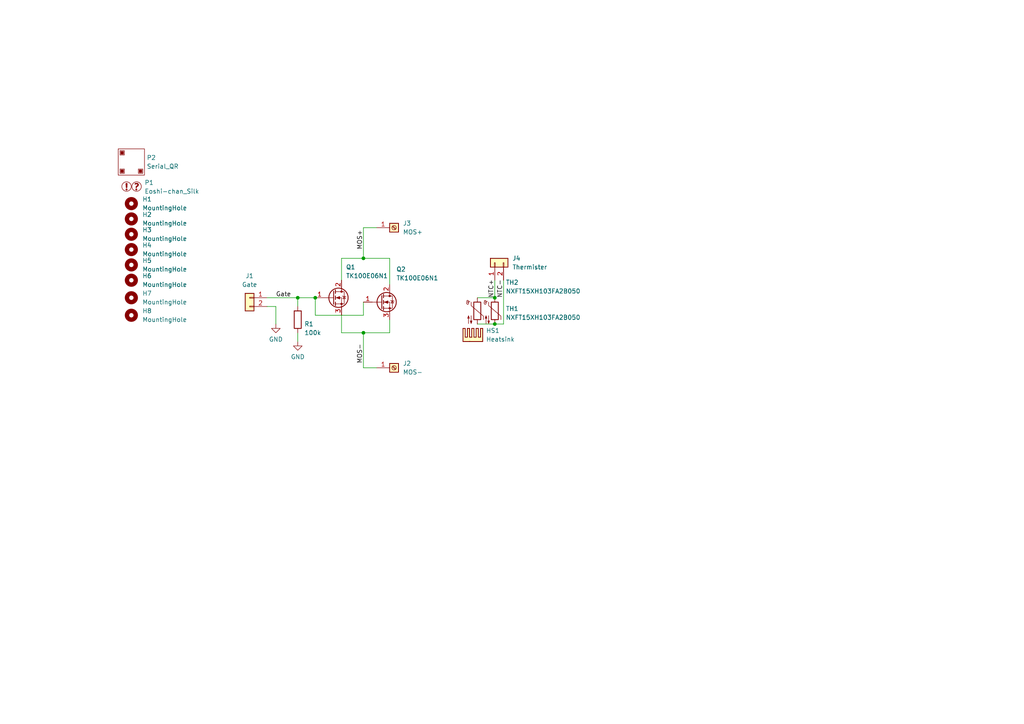
<source format=kicad_sch>
(kicad_sch (version 20250114) (generator "eeschema") (generator_version "9.0")
  (paper "A4")
  (lib_symbols
    (symbol "Connector:Screw_Terminal_01x01" (pin_names (offset 1.016) (hide yes))
      (property "Reference" "J" (at 0 2.54 0))
      (property "Value" "Screw_Terminal_01x01" (at 0 -2.54 0))
      (symbol "Screw_Terminal_01x01_1_1"
        (rectangle (start -1.27 1.27) (end 1.27 -1.27) (stroke (width 0.254)) (fill (type background)))
        (polyline (pts (xy -0.5334 0.3302) (xy 0.3302 -0.508)) (stroke (width 0.1524)))
        (polyline (pts (xy -0.3556 0.508) (xy 0.508 -0.3302)) (stroke (width 0.1524)))
        (circle (center 0 0) (radius 0.635) (stroke (width 0.1524)))
        (pin passive line (at -5.08 0 0) (length 3.81) (name "Pin_1") (number "1"))
      )
    )
    (symbol "Connector_Generic:Conn_01x02" (pin_names (offset 1.016) (hide yes))
      (property "Reference" "J" (at 0 2.54 0))
      (property "Value" "Conn_01x02" (at 0 -5.08 0))
      (symbol "Conn_01x02_1_1"
        (rectangle (start -1.27 1.27) (end 1.27 -3.81) (stroke (width 0.254)) (fill (type background)))
        (rectangle (start -1.27 0.127) (end 0 -0.127) (stroke (width 0.1524)))
        (rectangle (start -1.27 -2.413) (end 0 -2.667) (stroke (width 0.1524)))
        (pin passive line (at -5.08 0 0) (length 3.81) (name "Pin_1") (number "1"))
        (pin passive line (at -5.08 -2.54 0) (length 3.81) (name "Pin_2") (number "2"))
      )
    )
    (symbol "Device:Q_NMOS_GDS" (pin_names (offset 0) (hide yes))
      (property "Reference" "Q" (at 5.08 1.27 0))
      (property "Value" "Q_NMOS_GDS" (at 5.08 -1.27 0))
      (symbol "Q_NMOS_GDS_0_1"
        (polyline (pts (xy 0.254 1.905) (xy 0.254 -1.905)) (stroke (width 0.254)))
        (polyline (pts (xy 0.254 0) (xy -2.54 0)))
        (polyline (pts (xy 0.762 2.286) (xy 0.762 1.27)) (stroke (width 0.254)))
        (polyline (pts (xy 0.762 0.508) (xy 0.762 -0.508)) (stroke (width 0.254)))
        (polyline (pts (xy 0.762 -1.27) (xy 0.762 -2.286)) (stroke (width 0.254)))
        (polyline (pts (xy 0.762 -1.778) (xy 3.302 -1.778) (xy 3.302 1.778) (xy 0.762 1.778)))
        (polyline (pts (xy 1.016 0) (xy 2.032 0.381) (xy 2.032 -0.381) (xy 1.016 0)) (fill (type outline)))
        (circle (center 1.651 0) (radius 2.794) (stroke (width 0.254)))
        (polyline (pts (xy 2.54 2.54) (xy 2.54 1.778)))
        (circle (center 2.54 1.778) (radius 0.254) (fill (type outline)))
        (circle (center 2.54 -1.778) (radius 0.254) (fill (type outline)))
        (polyline (pts (xy 2.54 -2.54) (xy 2.54 0) (xy 0.762 0)))
        (polyline (pts (xy 2.794 0.508) (xy 2.921 0.381) (xy 3.683 0.381) (xy 3.81 0.254)))
        (polyline (pts (xy 3.302 0.381) (xy 2.921 -0.254) (xy 3.683 -0.254) (xy 3.302 0.381)))
      )
      (symbol "Q_NMOS_GDS_1_1"
        (pin input line (at -5.08 0 0) (length 2.54) (name "G") (number "1"))
        (pin passive line (at 2.54 5.08 270) (length 2.54) (name "D") (number "2"))
        (pin passive line (at 2.54 -5.08 90) (length 2.54) (name "S") (number "3"))
      )
    )
    (symbol "Device:R" (pin_numbers (hide yes)) (pin_names (offset 0))
      (property "Reference" "R" (at 2.032 0 90))
      (property "Value" "R" (at 0 0 90))
      (symbol "R_0_1"
        (rectangle (start -1.016 -2.54) (end 1.016 2.54) (stroke (width 0.254)))
      )
      (symbol "R_1_1"
        (pin passive line (at 0 3.81 270) (length 1.27) (name "~") (number "1"))
        (pin passive line (at 0 -3.81 90) (length 1.27) (name "~") (number "2"))
      )
    )
    (symbol "Device:Thermistor_NTC" (pin_numbers (hide yes)) (pin_names (offset 0))
      (property "Reference" "TH" (at -4.445 0 90))
      (property "Value" "Thermistor_NTC" (at 3.175 0 90))
      (symbol "Thermistor_NTC_0_1"
        (arc (start -3.175 2.413) (mid -3.0506 2.3165) (end -3.048 2.159))
        (arc (start -3.048 2.794) (mid -2.9736 2.9736) (end -2.794 3.048))
        (arc (start -2.794 3.048) (mid -2.6144 2.9736) (end -2.54 2.794))
        (arc (start -2.794 2.54) (mid -2.9736 2.6144) (end -3.048 2.794))
        (arc (start -2.794 1.905) (mid -2.9736 1.9794) (end -3.048 2.159))
        (arc (start -2.54 2.159) (mid -2.6144 1.9794) (end -2.794 1.905))
        (arc (start -2.159 2.794) (mid -2.434 2.5608) (end -2.794 2.54))
        (polyline (pts (xy -2.54 2.159) (xy -2.54 2.794)))
        (polyline (pts (xy -2.54 -3.683) (xy -2.54 -1.397) (xy -2.794 -2.159) (xy -2.286 -2.159) (xy -2.54 -1.397) (xy -2.54 -1.651)) (fill (type outline)))
        (polyline (pts (xy -1.778 2.54) (xy -1.778 1.524) (xy 1.778 -1.524) (xy 1.778 -2.54)))
        (polyline (pts (xy -1.778 -1.397) (xy -1.778 -3.683) (xy -2.032 -2.921) (xy -1.524 -2.921) (xy -1.778 -3.683) (xy -1.778 -3.429)) (fill (type outline)))
        (rectangle (start -1.016 2.54) (end 1.016 -2.54) (stroke (width 0.254)))
      )
      (symbol "Thermistor_NTC_1_1"
        (pin passive line (at 0 3.81 270) (length 1.27) (name "~") (number "1"))
        (pin passive line (at 0 -3.81 90) (length 1.27) (name "~") (number "2"))
      )
    )
    (symbol "Eoshi-chan:Eoshi-chan_Silk"
      (property "Reference" "P" (at -6.604 4.445 0))
      (property "Value" "Eoshi-chan_Silk" (at 0.508 2.413 0))
      (symbol "Eoshi-chan_Silk_0_0"
        (circle (center -1.397 -0.127) (radius 1.3678))
        (circle (center 1.524 -0.127) (radius 1.3678))
        (text "!" (at -1.397 -0.254 0) (effects (font (size 1.778 1.778) (bold yes))))
        (text "?" (at 1.524 -0.254 0) (effects (font (size 1.778 1.778) (bold yes))))
      )
    )
    (symbol "JLCPCB_Serial:Serial_QR"
      (property "Reference" "P" (at 0 4.826 0))
      (property "Value" "Serial_QR" (at 0.127 -5.08 0))
      (symbol "Serial_QR_0_1"
        (rectangle (start -3.81 3.81) (end 3.81 -3.81))
        (rectangle (start -3.302 3.302) (end -2.032 2.032))
        (rectangle (start -3.302 -2.032) (end -2.032 -3.302))
        (rectangle (start -3.048 3.048) (end -2.286 2.286) (fill (type outline)))
        (rectangle (start -3.048 -2.286) (end -2.286 -3.048) (fill (type outline)))
        (rectangle (start 2.032 -2.032) (end 3.302 -3.302))
        (rectangle (start 2.286 -2.286) (end 3.048 -3.048) (fill (type outline)))
      )
    )
    (symbol "Mechanical:Heatsink" (pin_names (offset 1.016))
      (property "Reference" "HS" (at 0 5.08 0))
      (property "Value" "Heatsink" (at 0 -1.27 0))
      (symbol "Heatsink_0_1"
        (polyline (pts (xy -0.3302 1.27) (xy -0.9652 1.27) (xy -0.9652 3.81) (xy -1.6002 3.81) (xy -1.6002 1.27) (xy -2.2352 1.27) (xy -2.2352 3.81) (xy -2.8702 3.81) (xy -2.8702 0) (xy -0.9652 0)) (stroke (width 0.254)) (fill (type background)))
        (polyline (pts (xy -0.3302 1.27) (xy -0.3302 3.81) (xy 0.3048 3.81) (xy 0.3048 1.27) (xy 0.9398 1.27) (xy 0.9398 3.81) (xy 1.5748 3.81) (xy 1.5748 1.27) (xy 2.2098 1.27) (xy 2.2098 3.81) (xy 2.8448 3.81) (xy 2.8448 0) (xy -0.9652 0)) (stroke (width 0.254)) (fill (type background)))
      )
    )
    (symbol "Mechanical:MountingHole" (pin_names (offset 1.016))
      (property "Reference" "H" (at 0 5.08 0))
      (property "Value" "MountingHole" (at 0 3.175 0))
      (symbol "MountingHole_0_1"
        (circle (center 0 0) (radius 1.27) (stroke (width 1.27)))
      )
    )
    (symbol "power:GND" (power) (pin_names (offset 0))
      (property "Value" "GND" (at 0 -3.81 0))
      (symbol "GND_0_1"
        (polyline (pts (xy 0 0) (xy 0 -1.27) (xy 1.27 -1.27) (xy 0 -2.54) (xy -1.27 -1.27) (xy 0 -1.27)))
      )
      (symbol "GND_1_1"
        (pin power_in line (at 0 0 270) (length 0) (hide yes) (name "GND") (number "1"))
      )
    )
  )
  (junction (at 143.51 86.36))
  (junction (at 91.44 86.36))
  (junction (at 105.41 74.93))
  (junction (at 86.36 86.36))
  (junction (at 143.51 93.98))
  (junction (at 105.41 96.52))
  (wire (pts (xy 143.51 86.36) (xy 143.51 81.28)))
  (wire (pts (xy 80.01 93.98) (xy 80.01 88.9)))
  (wire (pts (xy 105.41 106.68) (xy 105.41 96.52)))
  (wire (pts (xy 105.41 87.63) (xy 105.41 91.44)))
  (wire (pts (xy 143.51 93.98) (xy 146.05 93.98)))
  (wire (pts (xy 105.41 74.93) (xy 99.06 74.93)))
  (wire (pts (xy 77.47 86.36) (xy 86.36 86.36)))
  (wire (pts (xy 86.36 86.36) (xy 86.36 88.9)))
  (wire (pts (xy 113.03 96.52) (xy 113.03 92.71)))
  (wire (pts (xy 105.41 66.04) (xy 105.41 74.93)))
  (wire (pts (xy 138.43 86.36) (xy 143.51 86.36)))
  (wire (pts (xy 105.41 96.52) (xy 113.03 96.52)))
  (wire (pts (xy 99.06 74.93) (xy 99.06 81.28)))
  (wire (pts (xy 109.22 66.04) (xy 105.41 66.04)))
  (wire (pts (xy 113.03 74.93) (xy 113.03 82.55)))
  (wire (pts (xy 138.43 93.98) (xy 143.51 93.98)))
  (wire (pts (xy 86.36 96.52) (xy 86.36 99.06)))
  (wire (pts (xy 109.22 106.68) (xy 105.41 106.68)))
  (wire (pts (xy 105.41 74.93) (xy 113.03 74.93)))
  (wire (pts (xy 91.44 91.44) (xy 91.44 86.36)))
  (wire (pts (xy 91.44 91.44) (xy 105.41 91.44)))
  (wire (pts (xy 99.06 91.44) (xy 99.06 96.52)))
  (wire (pts (xy 99.06 96.52) (xy 105.41 96.52)))
  (wire (pts (xy 146.05 81.28) (xy 146.05 93.98)))
  (wire (pts (xy 86.36 86.36) (xy 91.44 86.36)))
  (wire (pts (xy 80.01 88.9) (xy 77.47 88.9)))
  (label "MOS+" (at 105.41 72.39 90))
  (label "Gate" (at 80.01 86.36 0))
  (label "NTC-" (at 146.05 86.36 90))
  (label "MOS-" (at 105.41 105.41 90))
  (label "NTC+" (at 143.51 86.36 90))
  (symbol (lib_id "Eoshi-chan:Eoshi-chan_Silk") (at 38.1 53.975 0) (unit 1)
    (property "Reference" "P1" (at 41.91 52.9589 0) (effects (justify left)))
    (property "Value" "Eoshi-chan_Silk" (at 41.91 55.4989 0) (effects (justify left)))
    (property "Footprint" "Eoshi-chan_v2:Eoshi-chan-v2_20x20" (effects (hide yes)))
  )
  (symbol (lib_id "Mechanical:MountingHole") (at 38.1 72.39 0) (unit 1)
    (property "Reference" "H4" (at 41.275 71.1199 0) (effects (justify left)))
    (property "Value" "MountingHole" (at 41.275 73.6599 0) (effects (justify left)))
    (property "Footprint" "MountingHole:MountingHole_3.2mm_M3" (effects (hide yes)))
  )
  (symbol (lib_id "Mechanical:MountingHole") (at 38.1 86.36 0) (unit 1)
    (property "Reference" "H7" (at 41.275 85.0899 0) (effects (justify left)))
    (property "Value" "MountingHole" (at 41.275 87.6299 0) (effects (justify left)))
    (property "Footprint" "MountingHole:MountingHole_3.2mm_M3" (effects (hide yes)))
  )
  (symbol (lib_id "Device:Thermistor_NTC") (at 138.43 90.17 0) (unit 1)
    (property "Reference" "TH2" (at 146.685 81.915 0) (effects (justify left)))
    (property "Value" "NXFT15XH103FA2B050" (at 146.685 84.455 0) (effects (justify left)))
    (property "Footprint" "Resistor_SMD:R_0402_1005Metric" (effects (hide yes)))
  )
  (symbol (lib_id "Mechanical:MountingHole") (at 38.1 91.44 0) (unit 1)
    (property "Reference" "H8" (at 41.275 90.1699 0) (effects (justify left)))
    (property "Value" "MountingHole" (at 41.275 92.7099 0) (effects (justify left)))
    (property "Footprint" "MountingHole:MountingHole_3.2mm_M3" (effects (hide yes)))
  )
  (symbol (lib_id "Device:R") (at 86.36 92.71 0) (unit 1)
    (property "Reference" "R1" (at 88.265 93.98 0) (effects (justify left)))
    (property "Value" "100k" (at 88.265 96.52 0) (effects (justify left)))
    (property "Footprint" "Resistor_SMD:R_0603_1608Metric" (effects (hide yes)))
  )
  (symbol (lib_id "Mechanical:MountingHole") (at 38.1 81.28 0) (unit 1)
    (property "Reference" "H6" (at 41.275 80.0099 0) (effects (justify left)))
    (property "Value" "MountingHole" (at 41.275 82.5499 0) (effects (justify left)))
    (property "Footprint" "MountingHole:MountingHole_3.2mm_M3" (effects (hide yes)))
  )
  (symbol (lib_id "Device:Q_NMOS_GDS") (at 96.52 86.36 0) (unit 1)
    (property "Reference" "Q1" (at 100.33 77.4699 0) (effects (justify left)))
    (property "Value" "TK100E06N1" (at 100.33 80.01 0) (effects (justify left)))
    (property "Footprint" "Package_TO_SOT_THT:TO-220-3_Horizontal_TabUp" (effects (hide yes)))
  )
  (symbol (lib_id "JLCPCB_Serial:Serial_QR") (at 38.1 46.99 0) (unit 1)
    (property "Reference" "P2" (at 42.545 45.7199 0) (effects (justify left)))
    (property "Value" "Serial_QR" (at 42.545 48.2599 0) (effects (justify left)))
    (property "Footprint" "JLCPCB_Serial:Serial_QR_10x10" (effects (hide yes)))
  )
  (symbol (lib_id "Mechanical:MountingHole") (at 38.1 59.055 0) (unit 1)
    (property "Reference" "H1" (at 41.275 57.7849 0) (effects (justify left)))
    (property "Value" "MountingHole" (at 41.275 60.3249 0) (effects (justify left)))
    (property "Footprint" "MountingHole:MountingHole_3.2mm_M3" (effects (hide yes)))
  )
  (symbol (lib_id "Device:Q_NMOS_GDS") (at 110.49 87.63 0) (unit 1)
    (property "Reference" "Q2" (at 114.935 78.105 0) (effects (justify left)))
    (property "Value" "TK100E06N1" (at 114.935 80.645 0) (effects (justify left)))
    (property "Footprint" "Package_TO_SOT_THT:TO-220-3_Horizontal_TabUp" (effects (hide yes)))
  )
  (symbol (lib_id "Connector_Generic:Conn_01x02") (at 143.51 76.2 90) (unit 1)
    (property "Reference" "J4" (at 148.59 74.9299 90) (effects (justify right)))
    (property "Value" "Thermister" (at 148.59 77.4699 90) (effects (justify right)))
    (property "Footprint" "Connector_JST:JST_XH_S2B-XH-A_1x02_P2.50mm_Horizontal" (effects (hide yes)))
  )
  (symbol (lib_id "Mechanical:MountingHole") (at 38.1 76.835 0) (unit 1)
    (property "Reference" "H5" (at 41.275 75.5649 0) (effects (justify left)))
    (property "Value" "MountingHole" (at 41.275 78.1049 0) (effects (justify left)))
    (property "Footprint" "MountingHole:MountingHole_3.2mm_M3" (effects (hide yes)))
  )
  (symbol (lib_id "Connector:Screw_Terminal_01x01") (at 114.3 106.68 0) (unit 1)
    (property "Reference" "J2" (at 116.84 105.4099 0) (effects (justify left)))
    (property "Value" "MOS-" (at 116.84 107.9499 0) (effects (justify left)))
    (property "Footprint" "AM_Conn_ScrewTerminal:ScrewTerminal_01x01_PCB-20" (effects (hide yes)))
  )
  (symbol (lib_id "Connector_Generic:Conn_01x02") (at 72.39 86.36 0) (mirror y) (unit 1)
    (property "Reference" "J1" (at 72.39 80.01 0))
    (property "Value" "Gate" (at 72.39 82.55 0))
    (property "Footprint" "Connector_JST:JST_XH_B2B-XH-A_1x02_P2.50mm_Vertical" (effects (hide yes)))
  )
  (symbol (lib_id "Mechanical:MountingHole") (at 38.1 63.5 0) (unit 1)
    (property "Reference" "H2" (at 41.275 62.2299 0) (effects (justify left)))
    (property "Value" "MountingHole" (at 41.275 64.7699 0) (effects (justify left)))
    (property "Footprint" "MountingHole:MountingHole_3.2mm_M3" (effects (hide yes)))
  )
  (symbol (lib_id "power:GND") (at 80.01 93.98 0) (unit 1)
    (property "Reference" "#PWR01" (effects (hide yes)))
    (property "Value" "GND" (at 80.01 98.425 0))
  )
  (symbol (lib_id "Device:Thermistor_NTC") (at 143.51 90.17 0) (unit 1)
    (property "Reference" "TH1" (at 146.685 89.535 0) (effects (justify left)))
    (property "Value" "NXFT15XH103FA2B050" (at 146.685 92.075 0) (effects (justify left)))
    (property "Footprint" "Capacitor_THT:C_Disc_D3.0mm_W1.6mm_P2.50mm" (effects (hide yes)))
  )
  (symbol (lib_id "Mechanical:Heatsink") (at 137.16 99.06 0) (unit 1)
    (property "Reference" "HS1" (at 140.97 95.8849 0) (effects (justify left)))
    (property "Value" "Heatsink" (at 140.97 98.4249 0) (effects (justify left)))
    (property "Footprint" "CPU_Cooler:LGA1700_Cooler" (effects (hide yes)))
  )
  (symbol (lib_id "Mechanical:MountingHole") (at 38.1 67.945 0) (unit 1)
    (property "Reference" "H3" (at 41.275 66.6749 0) (effects (justify left)))
    (property "Value" "MountingHole" (at 41.275 69.2149 0) (effects (justify left)))
    (property "Footprint" "MountingHole:MountingHole_3.2mm_M3" (effects (hide yes)))
  )
  (symbol (lib_id "Connector:Screw_Terminal_01x01") (at 114.3 66.04 0) (unit 1)
    (property "Reference" "J3" (at 116.84 64.7699 0) (effects (justify left)))
    (property "Value" "MOS+" (at 116.84 67.3099 0) (effects (justify left)))
    (property "Footprint" "AM_Conn_ScrewTerminal:ScrewTerminal_01x01_PCB-20" (effects (hide yes)))
  )
  (symbol (lib_id "power:GND") (at 86.36 99.06 0) (unit 1)
    (property "Reference" "#PWR02" (effects (hide yes)))
    (property "Value" "GND" (at 86.36 103.505 0))
  )
)
</source>
